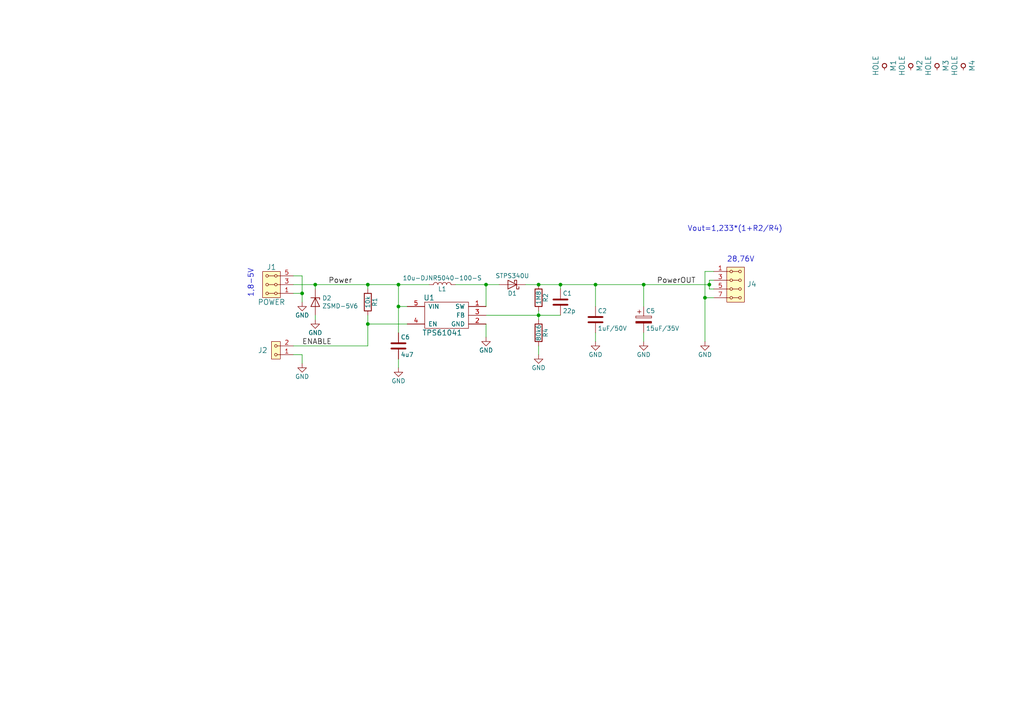
<source format=kicad_sch>
(kicad_sch (version 20211123) (generator eeschema)
  (paper "A4")
  (title_block (title "STEPUPDC02A"))
  (lib_symbols
    (symbol "MLAB_HEADER:HEADER_1x02" (pin_names (offset 1.016))
      (property "Reference" "J" (at 0 -3.81 0))
      (property "Value" "MLAB_HEADER_HEADER_1x02" (at 0 3.81 0))
      (symbol "HEADER_1x02_0_1"
        (rectangle (start -1.27 2.54) (end 1.27 -2.54) (fill (type background)))
        (circle (center 0 -1.27) (radius 0.381))
        (polyline (pts (xy -1.27 -1.27) (xy -0.381 -1.27)))
        (polyline (pts (xy -1.27 1.27) (xy -0.381 1.27)))
        (circle (center 0 1.27) (radius 0.381))
      )
      (symbol "HEADER_1x02_1_1"
        (pin input line (at -5.08 1.27 0) (length 3.81) (name "~") (number "1"))
        (pin input line (at -5.08 -1.27 0) (length 3.81) (name "~") (number "2"))
      )
    )
    (symbol "MLAB_HEADER:HEADER_2x04_PARALLEL" (pin_names (offset 1.016))
      (property "Reference" "J" (at 0 -6.35 0))
      (property "Value" "MLAB_HEADER_HEADER_2x04_PARALLEL" (at 0 6.35 0))
      (symbol "HEADER_2x04_PARALLEL_0_1"
        (rectangle (start -2.54 5.08) (end 2.54 -5.08) (fill (type background)))
        (circle (center -1.27 -3.81) (radius 0.381))
        (circle (center -1.27 -1.27) (radius 0.381))
        (circle (center -1.27 1.27) (radius 0.381))
        (circle (center -1.27 3.81) (radius 0.381))
        (polyline (pts (xy -1.651 -3.81) (xy -2.54 -3.81)))
        (polyline (pts (xy -1.651 -1.27) (xy -2.54 -1.27)))
        (polyline (pts (xy -1.651 1.27) (xy -2.54 1.27)))
        (polyline (pts (xy -1.651 3.81) (xy -2.54 3.81)))
        (polyline (pts (xy -0.889 -3.81) (xy 0.889 -3.81)))
        (polyline (pts (xy -0.889 -1.27) (xy 0.889 -1.27)))
        (polyline (pts (xy -0.889 1.27) (xy 0.889 1.27)))
        (polyline (pts (xy -0.889 3.81) (xy 0.889 3.81)))
        (circle (center 1.27 -3.81) (radius 0.381))
        (circle (center 1.27 -1.27) (radius 0.381))
        (circle (center 1.27 1.27) (radius 0.381))
        (circle (center 1.27 3.81) (radius 0.381))
      )
      (symbol "HEADER_2x04_PARALLEL_1_1"
        (pin input line (at -6.35 3.81 0) (length 3.81) (name "~") (number "1"))
        (pin input line (at -6.35 3.81 0) (length 3.81) hide (name "~") (number "2"))
        (pin input line (at -6.35 1.27 0) (length 3.81) (name "~") (number "3"))
        (pin input line (at -6.35 1.27 0) (length 3.81) hide (name "~") (number "4"))
        (pin input line (at -6.35 -1.27 0) (length 3.81) (name "~") (number "5"))
        (pin input line (at -6.35 -1.27 0) (length 3.81) hide (name "~") (number "6"))
        (pin input line (at -6.35 -3.81 0) (length 3.81) (name "~") (number "7"))
        (pin input line (at -6.35 -3.81 0) (length 3.81) hide (name "~") (number "8"))
      )
    )
    (symbol "STEPUPDC02A-rescue:HEADER_2x03_PARALLEL" (pin_names (offset 1.016))
      (property "Reference" "J" (at 0 -5.08 0))
      (property "Value" "HEADER_2x03_PARALLEL" (at 0 5.08 0))
      (symbol "HEADER_2x03_PARALLEL_0_1"
        (rectangle (start -2.54 3.81) (end 2.54 -3.81) (fill (type background)))
        (circle (center -1.27 -2.54) (radius 0.381))
        (circle (center -1.27 0) (radius 0.381))
        (circle (center -1.27 2.54) (radius 0.381))
        (polyline (pts (xy -1.651 -2.54) (xy -2.54 -2.54)))
        (polyline (pts (xy -1.651 0) (xy -2.54 0)))
        (polyline (pts (xy -1.651 2.54) (xy -2.54 2.54)))
        (polyline (pts (xy -0.889 -2.54) (xy 0.889 -2.54)))
        (polyline (pts (xy -0.889 0) (xy 0.889 0)))
        (polyline (pts (xy -0.889 2.54) (xy 0.889 2.54)))
        (circle (center 1.27 -2.54) (radius 0.381))
        (circle (center 1.27 0) (radius 0.381))
        (circle (center 1.27 2.54) (radius 0.381))
      )
      (symbol "HEADER_2x03_PARALLEL_1_1"
        (pin input line (at -6.35 2.54 0) (length 3.81) (name "~") (number "1"))
        (pin input line (at -6.35 2.54 0) (length 3.81) hide (name "~") (number "2"))
        (pin input line (at -6.35 0 0) (length 3.81) (name "~") (number "3"))
        (pin input line (at -6.35 0 0) (length 3.81) hide (name "~") (number "4"))
        (pin input line (at -6.35 -2.54 0) (length 3.81) (name "~") (number "5"))
        (pin input line (at -6.35 -2.54 0) (length 3.81) hide (name "~") (number "6"))
      )
    )
    (symbol "STEPUPDC02A-rescue:HOLE" (pin_numbers hide) (pin_names (offset 1.016) hide)
      (property "Reference" "M" (at 0 2.54 0))
      (property "Value" "HOLE" (at 0 -2.54 0))
      (symbol "HOLE_0_1"
        (circle (center 0 0) (radius 0.635) (stroke (width 0.254)))
      )
      (symbol "HOLE_1_1"
        (pin input line (at 1.27 0 180) (length 0.635) (name "~") (number "1"))
      )
    )
    (symbol "device:C" (pin_numbers hide) (pin_names (offset 0.254))
      (property "Reference" "C" (at 0.635 2.54 0))
      (property "Value" "device_C" (at 0.635 -2.54 0))
      (symbol "C_0_1"
        (polyline (pts (xy -2.032 -0.762) (xy 2.032 -0.762)) (stroke (width 0.508)))
        (polyline (pts (xy -2.032 0.762) (xy 2.032 0.762)) (stroke (width 0.508)))
      )
      (symbol "C_1_1"
        (pin passive line (at 0 3.81 270) (length 2.794) (name "~") (number "1"))
        (pin passive line (at 0 -3.81 90) (length 2.794) (name "~") (number "2"))
      )
    )
    (symbol "device:CP" (pin_numbers hide) (pin_names (offset 0.254))
      (property "Reference" "C" (at 0.635 2.54 0))
      (property "Value" "device_CP" (at 0.635 -2.54 0))
      (symbol "CP_0_1"
        (rectangle (start -2.286 0.508) (end -2.286 1.016))
        (rectangle (start -2.286 0.508) (end 2.286 0.508))
        (polyline (pts (xy -1.778 2.286) (xy -0.762 2.286)))
        (polyline (pts (xy -1.27 2.794) (xy -1.27 1.778)))
        (rectangle (start 2.286 -0.508) (end -2.286 -1.016) (fill (type outline)))
        (rectangle (start 2.286 1.016) (end -2.286 1.016))
        (rectangle (start 2.286 1.016) (end 2.286 0.508))
      )
      (symbol "CP_1_1"
        (pin passive line (at 0 3.81 270) (length 2.794) (name "~") (number "1"))
        (pin passive line (at 0 -3.81 90) (length 2.794) (name "~") (number "2"))
      )
    )
    (symbol "device:D_Schottky" (pin_numbers hide) (pin_names (offset 1.016) hide)
      (property "Reference" "D" (at 0 2.54 0))
      (property "Value" "device_D_Schottky" (at 0 -2.54 0))
      (symbol "D_Schottky_0_1"
        (polyline (pts (xy 1.27 0) (xy -1.27 0)))
        (polyline (pts (xy 1.27 1.27) (xy 1.27 -1.27) (xy -1.27 0) (xy 1.27 1.27)) (stroke (width 0.2032)))
        (polyline (pts (xy -1.905 0.635) (xy -1.905 1.27) (xy -1.27 1.27) (xy -1.27 -1.27) (xy -0.635 -1.27) (xy -0.635 -0.635)) (stroke (width 0.2032)))
      )
      (symbol "D_Schottky_1_1"
        (pin passive line (at -3.81 0 0) (length 2.54) (name "K") (number "1"))
        (pin passive line (at 3.81 0 180) (length 2.54) (name "A") (number "2"))
      )
    )
    (symbol "device:D_Zener" (pin_numbers hide) (pin_names (offset 1.016) hide)
      (property "Reference" "D" (at 0 2.54 0))
      (property "Value" "device_D_Zener" (at 0 -2.54 0))
      (symbol "D_Zener_0_1"
        (polyline (pts (xy 1.27 0) (xy -1.27 0)))
        (polyline (pts (xy -1.27 -1.27) (xy -1.27 1.27) (xy -0.762 1.27)) (stroke (width 0.2032)))
        (polyline (pts (xy 1.27 -1.27) (xy 1.27 1.27) (xy -1.27 0) (xy 1.27 -1.27)) (stroke (width 0.2032)))
      )
      (symbol "D_Zener_1_1"
        (pin passive line (at -3.81 0 0) (length 2.54) (name "K") (number "1"))
        (pin passive line (at 3.81 0 180) (length 2.54) (name "A") (number "2"))
      )
    )
    (symbol "device:L" (pin_numbers hide) (pin_names (offset 1.016) hide)
      (property "Reference" "L" (at -1.27 0 90))
      (property "Value" "device_L" (at 1.905 0 90))
      (symbol "L_0_1"
        (arc (start 0 -2.54) (mid 0.635 -1.905) (end 0 -1.27))
        (arc (start 0 -1.27) (mid 0.635 -0.635) (end 0 0))
        (arc (start 0 0) (mid 0.635 0.635) (end 0 1.27))
        (arc (start 0 1.27) (mid 0.635 1.905) (end 0 2.54))
      )
      (symbol "L_1_1"
        (pin passive line (at 0 3.81 270) (length 1.27) (name "1") (number "1"))
        (pin passive line (at 0 -3.81 90) (length 1.27) (name "2") (number "2"))
      )
    )
    (symbol "device:R" (pin_numbers hide) (pin_names (offset 0))
      (property "Reference" "R" (at 2.032 0 90))
      (property "Value" "device_R" (at 0 0 90))
      (symbol "R_0_1"
        (rectangle (start -1.016 -2.54) (end 1.016 2.54) (stroke (width 0.254)))
      )
      (symbol "R_1_1"
        (pin passive line (at 0 3.81 270) (length 1.27) (name "~") (number "1"))
        (pin passive line (at 0 -3.81 90) (length 1.27) (name "~") (number "2"))
      )
    )
    (symbol "power1:GND" (power) (pin_names (offset 0))
      (property "Value" "power1_GND" (at 0 -3.81 0))
      (symbol "GND_0_1"
        (polyline (pts (xy 0 0) (xy 0 -1.27) (xy 1.27 -1.27) (xy 0 -2.54) (xy -1.27 -1.27) (xy 0 -1.27)))
      )
      (symbol "GND_1_1"
        (pin power_in line (at 0 0 270) (length 0) hide (name "GND") (number "1"))
      )
    )
    (symbol "tps6104:TPS6104" (pin_names (offset 1.016))
      (property "Reference" "U" (at -5.08 5.08 0))
      (property "Value" "TPS6104" (at -1.27 -5.08 0))
      (symbol "TPS6104_0_1"
        (rectangle (start -6.35 3.81) (end 6.35 -3.81))
      )
      (symbol "TPS6104_1_1"
        (pin bidirectional line (at 11.43 2.54 180) (length 5.08) (name "SW") (number "1"))
        (pin power_in line (at 11.43 -2.54 180) (length 5.08) (name "GND") (number "2"))
        (pin bidirectional line (at 11.43 0 180) (length 5.08) (name "FB") (number "3"))
        (pin bidirectional line (at -11.43 -2.54 0) (length 5.08) (name "EN") (number "4"))
        (pin power_in line (at -11.43 2.54 0) (length 5.08) (name "VIN") (number "5"))
      )
    )
  )
  (junction (at 140.97 82.55))
  (junction (at 91.44 82.55))
  (junction (at 115.57 82.55))
  (junction (at 162.56 82.55))
  (junction (at 205.74 82.55))
  (junction (at 156.21 91.44))
  (junction (at 87.63 85.09))
  (junction (at 172.72 82.55))
  (junction (at 115.57 88.9))
  (junction (at 204.47 86.36))
  (junction (at 156.21 82.55))
  (junction (at 106.68 93.98))
  (junction (at 186.69 82.55))
  (junction (at 106.68 82.55))
  (wire (pts (xy 186.69 82.55) (xy 205.74 82.55)))
  (wire (pts (xy 205.74 82.55) (xy 205.74 83.82)))
  (wire (pts (xy 115.57 106.68) (xy 115.57 104.14)))
  (wire (pts (xy 186.69 82.55) (xy 186.69 88.9)))
  (wire (pts (xy 172.72 82.55) (xy 172.72 88.9)))
  (wire (pts (xy 132.08 82.55) (xy 140.97 82.55)))
  (wire (pts (xy 87.63 85.09) (xy 87.63 87.63)))
  (wire (pts (xy 87.63 80.01) (xy 87.63 85.09)))
  (wire (pts (xy 115.57 88.9) (xy 115.57 96.52)))
  (wire (pts (xy 156.21 91.44) (xy 156.21 92.71)))
  (wire (pts (xy 140.97 97.79) (xy 140.97 93.98)))
  (wire (pts (xy 204.47 78.74) (xy 204.47 86.36)))
  (wire (pts (xy 91.44 82.55) (xy 106.68 82.55)))
  (wire (pts (xy 115.57 88.9) (xy 118.11 88.9)))
  (wire (pts (xy 162.56 82.55) (xy 162.56 83.82)))
  (wire (pts (xy 140.97 82.55) (xy 144.78 82.55)))
  (wire (pts (xy 91.44 91.44) (xy 91.44 92.71)))
  (wire (pts (xy 207.01 81.28) (xy 205.74 81.28)))
  (wire (pts (xy 204.47 86.36) (xy 204.47 99.06)))
  (wire (pts (xy 205.74 83.82) (xy 207.01 83.82)))
  (wire (pts (xy 115.57 82.55) (xy 115.57 88.9)))
  (wire (pts (xy 118.11 93.98) (xy 106.68 93.98)))
  (wire (pts (xy 207.01 86.36) (xy 204.47 86.36)))
  (wire (pts (xy 87.63 80.01) (xy 85.09 80.01)))
  (wire (pts (xy 87.63 102.87) (xy 87.63 105.41)))
  (wire (pts (xy 156.21 82.55) (xy 162.56 82.55)))
  (wire (pts (xy 186.69 99.06) (xy 186.69 96.52)))
  (wire (pts (xy 140.97 91.44) (xy 156.21 91.44)))
  (wire (pts (xy 85.09 100.33) (xy 106.68 100.33)))
  (wire (pts (xy 156.21 91.44) (xy 162.56 91.44)))
  (wire (pts (xy 207.01 78.74) (xy 204.47 78.74)))
  (wire (pts (xy 87.63 85.09) (xy 85.09 85.09)))
  (wire (pts (xy 156.21 102.87) (xy 156.21 100.33)))
  (wire (pts (xy 106.68 82.55) (xy 106.68 83.82)))
  (wire (pts (xy 156.21 90.17) (xy 156.21 91.44)))
  (wire (pts (xy 85.09 102.87) (xy 87.63 102.87)))
  (wire (pts (xy 172.72 82.55) (xy 186.69 82.55)))
  (wire (pts (xy 124.46 82.55) (xy 115.57 82.55)))
  (wire (pts (xy 106.68 91.44) (xy 106.68 93.98)))
  (wire (pts (xy 205.74 81.28) (xy 205.74 82.55)))
  (wire (pts (xy 172.72 96.52) (xy 172.72 99.06)))
  (wire (pts (xy 162.56 82.55) (xy 172.72 82.55)))
  (wire (pts (xy 106.68 93.98) (xy 106.68 100.33)))
  (wire (pts (xy 85.09 82.55) (xy 91.44 82.55)))
  (wire (pts (xy 106.68 82.55) (xy 115.57 82.55)))
  (wire (pts (xy 152.4 82.55) (xy 156.21 82.55)))
  (wire (pts (xy 91.44 83.82) (xy 91.44 82.55)))
  (wire (pts (xy 140.97 88.9) (xy 140.97 82.55)))
  (text "Vout=1,233*(1+R2/R4)" (at 199.39 67.31 0) (effects (font (size 1.524 1.524)) (justify left bottom)))
  (text "28,76V" (at 210.82 76.2 0) (effects (font (size 1.524 1.524)) (justify left bottom)))
  (text "1,8-5V" (at 73.66 86.36 90) (effects (font (size 1.524 1.524)) (justify left bottom)))
  (label "ENABLE" (at 87.63 100.33 0) (effects (font (size 1.524 1.524))))
  (label "Power" (at 95.25 82.55 0) (effects (font (size 1.524 1.524))))
  (label "PowerOUT" (at 190.5 82.55 0) (effects (font (size 1.524 1.524))))
  (symbol (lib_id "STEPUPDC02A-rescue:HEADER_2x03_PARALLEL") (at 78.74 82.55 180) (unit 1)
    (property "Reference" "J1" (at 78.74 77.47 0) (effects (font (size 1.524 1.524))))
    (property "Value" "POWER" (at 78.74 87.63 0) (effects (font (size 1.524 1.524))))
    (property "Footprint" "Mlab_Pin_Headers:Straight_2x03" (effects hide))
  )
  (symbol (lib_id "power1:GND") (at 87.63 87.63 0) (unit 1)
    (property "Reference" "#PWR03" (effects hide))
    (property "Value" "GND" (at 87.63 91.44 0))
  )
  (symbol (lib_id "tps6104:TPS6104") (at 129.54 91.44 0) (unit 1)
    (property "Reference" "U1" (at 124.46 86.36 0) (effects (font (size 1.524 1.524))))
    (property "Value" "TPS61041" (at 128.27 96.52 0) (effects (font (size 1.524 1.524))))
    (property "Footprint" "Package_TO_SOT_SMD:SOT-23-5_HandSoldering" (effects hide))
    (property "UST_ID" "5c70984612875079b91f8a0e" (effects hide))
  )
  (symbol (lib_id "device:C") (at 115.57 100.33 0) (unit 1)
    (property "Reference" "C6" (at 116.205 97.79 0) (effects (justify left)))
    (property "Value" "4u7" (at 116.205 102.87 0) (effects (justify left)))
    (property "Footprint" "Mlab_R:SMD-0805" (effects hide))
    (property "UST_ID" "5c70984712875079b91f8b52" (effects hide))
  )
  (symbol (lib_id "power1:GND") (at 115.57 106.68 0) (unit 1)
    (property "Reference" "#PWR018" (effects hide))
    (property "Value" "GND" (at 115.57 110.49 0))
  )
  (symbol (lib_id "power1:GND") (at 140.97 97.79 0) (unit 1)
    (property "Reference" "#PWR019" (effects hide))
    (property "Value" "GND" (at 140.97 101.6 0))
  )
  (symbol (lib_id "device:L") (at 128.27 82.55 90) (unit 1)
    (property "Reference" "L1" (at 128.27 83.82 90))
    (property "Value" "10u-DJNR5040-100-S" (at 128.27 80.645 90))
    (property "Footprint" "Mlab_L:DJNR5040" (effects hide))
    (property "UST_ID" "5c70984412875079b91f882a" (effects hide))
  )
  (symbol (lib_id "device:D_Schottky") (at 148.59 82.55 180) (unit 1)
    (property "Reference" "D1" (at 148.59 85.09 0))
    (property "Value" "STPS340U" (at 148.59 80.01 0))
    (property "Footprint" "Diode_SMD:D_SMB" (effects hide))
    (property "UST_ID" "5c70984512875079b91f88ba" (effects hide))
  )
  (symbol (lib_id "device:R") (at 156.21 86.36 0) (unit 1)
    (property "Reference" "R2" (at 158.242 86.36 90))
    (property "Value" "1M8" (at 156.21 86.36 90))
    (property "Footprint" "Mlab_R:SMD-0805" (effects hide))
    (property "UST_ID" "5c70984712875079b91f8aab" (effects hide))
  )
  (symbol (lib_id "device:R") (at 156.21 96.52 0) (unit 1)
    (property "Reference" "R4" (at 158.242 96.52 90))
    (property "Value" "80k6" (at 156.21 96.52 90))
    (property "Footprint" "Mlab_R:SMD-0805" (effects hide))
    (property "UST_ID" "5cb467d31287500e61c242d2" (effects hide))
  )
  (symbol (lib_id "power1:GND") (at 156.21 102.87 0) (unit 1)
    (property "Reference" "#PWR020" (effects hide))
    (property "Value" "GND" (at 156.21 106.68 0))
  )
  (symbol (lib_id "device:C") (at 162.56 87.63 0) (unit 1)
    (property "Reference" "C1" (at 163.195 85.09 0) (effects (justify left)))
    (property "Value" "22p" (at 163.195 90.17 0) (effects (justify left)))
    (property "Footprint" "Mlab_R:SMD-0805" (effects hide))
    (property "UST_ID" "5c70984712875079b91f8b34" (effects hide))
  )
  (symbol (lib_id "power1:GND") (at 186.69 99.06 0) (unit 1)
    (property "Reference" "#PWR021" (effects hide))
    (property "Value" "GND" (at 186.69 102.87 0))
  )
  (symbol (lib_id "STEPUPDC02A-rescue:HOLE") (at 256.54 19.05 270) (unit 1)
    (property "Reference" "M1" (at 259.08 19.05 0) (effects (font (size 1.524 1.524))))
    (property "Value" "HOLE" (at 254 19.05 0) (effects (font (size 1.524 1.524))))
    (property "Footprint" "Mlab_Mechanical:MountingHole_3mm" (effects hide))
  )
  (symbol (lib_id "STEPUPDC02A-rescue:HOLE") (at 264.16 19.05 270) (unit 1)
    (property "Reference" "M2" (at 266.7 19.05 0) (effects (font (size 1.524 1.524))))
    (property "Value" "HOLE" (at 261.62 19.05 0) (effects (font (size 1.524 1.524))))
    (property "Footprint" "Mlab_Mechanical:MountingHole_3mm" (effects hide))
  )
  (symbol (lib_id "STEPUPDC02A-rescue:HOLE") (at 271.78 19.05 270) (unit 1)
    (property "Reference" "M3" (at 274.32 19.05 0) (effects (font (size 1.524 1.524))))
    (property "Value" "HOLE" (at 269.24 19.05 0) (effects (font (size 1.524 1.524))))
    (property "Footprint" "Mlab_Mechanical:MountingHole_3mm" (effects hide))
  )
  (symbol (lib_id "STEPUPDC02A-rescue:HOLE") (at 279.4 19.05 270) (unit 1)
    (property "Reference" "M4" (at 281.94 19.05 0) (effects (font (size 1.524 1.524))))
    (property "Value" "HOLE" (at 276.86 19.05 0) (effects (font (size 1.524 1.524))))
    (property "Footprint" "Mlab_Mechanical:MountingHole_3mm" (effects hide))
  )
  (symbol (lib_id "device:CP") (at 186.69 92.71 0) (unit 1)
    (property "Reference" "C5" (at 187.325 90.17 0) (effects (justify left)))
    (property "Value" "15uF/35V" (at 187.325 95.25 0) (effects (justify left)))
    (property "Footprint" "Mlab_C:TantalC_SizeC_Reflow" (effects hide))
    (property "UST_ID" "5c70984812875079b91f8bac" (effects hide))
  )
  (symbol (lib_id "MLAB_HEADER:HEADER_1x02") (at 80.01 101.6 180) (unit 1)
    (property "Reference" "J2" (at 76.2 101.6 0) (effects (font (size 1.524 1.524))))
    (property "Value" "HEADER_1x02" (effects hide))
    (property "Footprint" "Mlab_Pin_Headers:Straight_2x01" (effects hide))
  )
  (symbol (lib_id "device:D_Zener") (at 91.44 87.63 270) (unit 1)
    (property "Reference" "D2" (at 93.4466 86.4616 90) (effects (justify left)))
    (property "Value" "ZSMD-5V6" (at 93.4466 88.773 90) (effects (justify left)))
    (property "Footprint" "Diode_SMD:D_MiniMELF" (effects hide))
    (property "UST_ID" "5c70984512875079b91f88bc" (effects hide))
  )
  (symbol (lib_id "power1:GND") (at 91.44 92.71 0) (unit 1)
    (property "Reference" "#PWR0104" (effects hide))
    (property "Value" "GND" (at 91.44 96.52 0))
  )
  (symbol (lib_id "device:R") (at 106.68 87.63 0) (unit 1)
    (property "Reference" "R1" (at 108.712 87.63 90))
    (property "Value" "10k" (at 106.68 87.63 90))
    (property "Footprint" "Mlab_R:SMD-0805" (effects hide))
    (property "UST_ID" "5c70984612875079b91f899f" (effects hide))
  )
  (symbol (lib_id "power1:GND") (at 87.63 105.41 0) (unit 1)
    (property "Reference" "#PWR0101" (effects hide))
    (property "Value" "GND" (at 87.63 109.22 0))
  )
  (symbol (lib_id "device:C") (at 172.72 92.71 0) (unit 1)
    (property "Reference" "C2" (at 173.355 90.17 0) (effects (justify left)))
    (property "Value" "1uF/50V" (at 173.355 95.25 0) (effects (justify left)))
    (property "Footprint" "Mlab_R:SMD-0805" (effects hide))
    (property "UST_ID" "5c70984712875079b91f8b6f" (effects hide))
  )
  (symbol (lib_id "power1:GND") (at 172.72 99.06 0) (unit 1)
    (property "Reference" "#PWR0102" (effects hide))
    (property "Value" "GND" (at 172.72 102.87 0))
  )
  (symbol (lib_id "MLAB_HEADER:HEADER_2x04_PARALLEL") (at 213.36 82.55 0) (unit 1)
    (property "Reference" "J4" (at 216.6112 82.423 0) (effects (font (size 1.524 1.524)) (justify left)))
    (property "Value" "HEADER_2x04_PARALLEL" (effects hide))
    (property "Footprint" "Mlab_Pin_Headers:Straight_2x04" (effects hide))
  )
  (symbol (lib_id "power1:GND") (at 204.47 99.06 0) (unit 1)
    (property "Reference" "#PWR0103" (effects hide))
    (property "Value" "GND" (at 204.47 102.87 0))
  )
)
</source>
